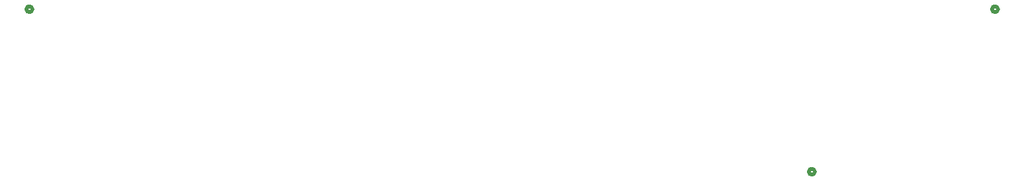
<source format=gbo>
G04*
G04 #@! TF.GenerationSoftware,Altium Limited,Altium Designer,25.3.3 (18)*
G04*
G04 Layer_Color=32896*
%FSLAX44Y44*%
%MOMM*%
G71*
G04*
G04 #@! TF.SameCoordinates,9AC58102-6E01-47F4-9C41-847502B80828*
G04*
G04*
G04 #@! TF.FilePolarity,Positive*
G04*
G01*
G75*
%ADD12C,0.5080*%
D12*
X29210Y233680D02*
G03*
X29210Y233680I-3810J0D01*
G01*
X1027430Y25400D02*
G03*
X1027430Y25400I-3810J0D01*
G01*
X1261110Y233680D02*
G03*
X1261110Y233680I-3810J0D01*
G01*
M02*

</source>
